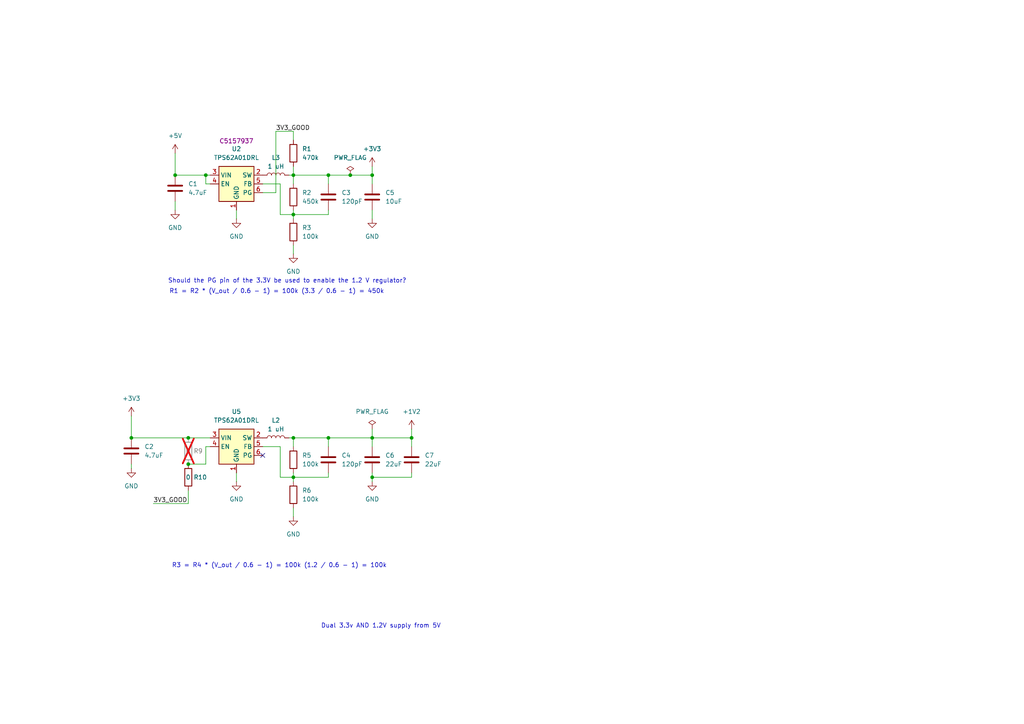
<source format=kicad_sch>
(kicad_sch (version 20250114) (generator "eeschema") (generator_version "9.0")
  (paper "A4")
  (lib_symbols
    (symbol "Device:C" (pin_numbers (hide yes)) (pin_names (offset 0.254))
      (property "Reference" "C" (at 0.635 2.54 0))
      (property "Value" "C" (at 0.635 -2.54 0))
      (symbol "C_0_1"
        (polyline (pts (xy -2.032 0.762) (xy 2.032 0.762)) (stroke (width 0.508)))
        (polyline (pts (xy -2.032 -0.762) (xy 2.032 -0.762)) (stroke (width 0.508)))
      )
      (symbol "C_1_1"
        (pin passive line (at 0 3.81 270) (length 2.794) (name "~") (number "1"))
        (pin passive line (at 0 -3.81 90) (length 2.794) (name "~") (number "2"))
      )
    )
    (symbol "Device:L" (pin_numbers (hide yes)) (pin_names (offset 1.016) (hide yes))
      (property "Reference" "L" (at -1.27 0 90))
      (property "Value" "L" (at 1.905 0 90))
      (symbol "L_0_1"
        (arc (start 0 2.54) (mid 0.6323 1.905) (end 0 1.27))
        (arc (start 0 1.27) (mid 0.6323 0.635) (end 0 0))
        (arc (start 0 0) (mid 0.6323 -0.635) (end 0 -1.27))
        (arc (start 0 -1.27) (mid 0.6323 -1.905) (end 0 -2.54))
      )
      (symbol "L_1_1"
        (pin passive line (at 0 3.81 270) (length 1.27) (name "1") (number "1"))
        (pin passive line (at 0 -3.81 90) (length 1.27) (name "2") (number "2"))
      )
    )
    (symbol "Device:R" (pin_numbers (hide yes)) (pin_names (offset 0))
      (property "Reference" "R" (at 2.032 0 90))
      (property "Value" "R" (at 0 0 90))
      (symbol "R_0_1"
        (rectangle (start -1.016 -2.54) (end 1.016 2.54) (stroke (width 0.254)))
      )
      (symbol "R_1_1"
        (pin passive line (at 0 3.81 270) (length 1.27) (name "~") (number "1"))
        (pin passive line (at 0 -3.81 90) (length 1.27) (name "~") (number "2"))
      )
    )
    (symbol "Regulator_Switching:TPS62A01DRL"
      (property "Reference" "U" (at -5.08 6.35 0))
      (property "Value" "TPS62A01DRL" (at 0 6.35 0))
      (symbol "TPS62A01DRL_0_1"
        (rectangle (start -5.08 5.08) (end 5.08 -5.08) (stroke (width 0.254)) (fill (type background)))
      )
      (symbol "TPS62A01DRL_1_1"
        (pin power_in line (at -7.62 2.54 0) (length 2.54) (name "VIN") (number "3"))
        (pin input line (at -7.62 0 0) (length 2.54) (name "EN") (number "4"))
        (pin power_in line (at 0 -7.62 90) (length 2.54) (name "GND") (number "1"))
        (pin power_out line (at 7.62 2.54 180) (length 2.54) (name "SW") (number "2"))
        (pin input line (at 7.62 0 180) (length 2.54) (name "FB") (number "5"))
        (pin open_collector line (at 7.62 -2.54 180) (length 2.54) (name "PG") (number "6"))
      )
    )
    (symbol "power:+1V2" (power) (pin_numbers (hide yes)) (pin_names (offset 0) (hide yes))
      (property "Value" "+1V2" (at 0 3.556 0))
      (symbol "+1V2_0_1"
        (polyline (pts (xy -0.762 1.27) (xy 0 2.54)))
        (polyline (pts (xy 0 2.54) (xy 0.762 1.27)))
        (polyline (pts (xy 0 0) (xy 0 2.54)))
      )
      (symbol "+1V2_1_1"
        (pin power_in line (at 0 0 90) (length 0) (name "~") (number "1"))
      )
    )
    (symbol "power:+3V3" (power) (pin_numbers (hide yes)) (pin_names (offset 0) (hide yes))
      (property "Value" "+3V3" (at 0 3.556 0))
      (symbol "+3V3_0_1"
        (polyline (pts (xy -0.762 1.27) (xy 0 2.54)))
        (polyline (pts (xy 0 2.54) (xy 0.762 1.27)))
        (polyline (pts (xy 0 0) (xy 0 2.54)))
      )
      (symbol "+3V3_1_1"
        (pin power_in line (at 0 0 90) (length 0) (name "~") (number "1"))
      )
    )
    (symbol "power:+5V" (power) (pin_numbers (hide yes)) (pin_names (offset 0) (hide yes))
      (property "Value" "+5V" (at 0 3.556 0))
      (symbol "+5V_0_1"
        (polyline (pts (xy -0.762 1.27) (xy 0 2.54)))
        (polyline (pts (xy 0 2.54) (xy 0.762 1.27)))
        (polyline (pts (xy 0 0) (xy 0 2.54)))
      )
      (symbol "+5V_1_1"
        (pin power_in line (at 0 0 90) (length 0) (name "~") (number "1"))
      )
    )
    (symbol "power:GND" (power) (pin_numbers (hide yes)) (pin_names (offset 0) (hide yes))
      (property "Value" "GND" (at 0 -3.81 0))
      (symbol "GND_0_1"
        (polyline (pts (xy 0 0) (xy 0 -1.27) (xy 1.27 -1.27) (xy 0 -2.54) (xy -1.27 -1.27) (xy 0 -1.27)))
      )
      (symbol "GND_1_1"
        (pin power_in line (at 0 0 270) (length 0) (name "~") (number "1"))
      )
    )
    (symbol "power:PWR_FLAG" (power) (pin_numbers (hide yes)) (pin_names (offset 0) (hide yes))
      (property "Value" "PWR_FLAG" (at 0 3.81 0))
      (symbol "PWR_FLAG_0_0"
        (pin power_out line (at 0 0 90) (length 0) (name "~") (number "1"))
      )
      (symbol "PWR_FLAG_0_1"
        (polyline (pts (xy 0 0) (xy 0 1.27) (xy -1.016 1.905) (xy 0 2.54) (xy 1.016 1.905) (xy 0 1.27)))
      )
    )
  )
  (text "Dual 3.3v AND 1.2V supply from 5V" (at 110.49 181.61 0) (effects (font (size 1.27 1.27))))
  (text "R3 = R4 * (V_out / 0.6 - 1) = 100k (1.2 / 0.6 - 1) = 100k" (at 81.026 164.084 0) (effects (font (size 1.27 1.27))))
  (text "R1 = R2 * (V_out / 0.6 - 1) = 100k (3.3 / 0.6 - 1) = 450k" (at 80.264 84.582 0) (effects (font (size 1.27 1.27))))
  (text "Should the PG pin of the 3.3V be used to enable the 1.2 V regulator?" (at 83.312 81.534 0) (effects (font (size 1.27 1.27))))
  (junction (at 107.95 127))
  (junction (at 119.38 127))
  (junction (at 85.09 62.23))
  (junction (at 95.25 127))
  (junction (at 101.6 50.8))
  (junction (at 95.25 50.8))
  (junction (at 50.8 50.8))
  (junction (at 107.95 50.8))
  (junction (at 54.61 127))
  (junction (at 85.09 127))
  (junction (at 107.95 138.43))
  (junction (at 38.1 127))
  (junction (at 85.09 138.43))
  (junction (at 85.09 50.8))
  (junction (at 54.61 134.62))
  (junction (at 59.69 50.8))
  (no_connect (at 76.2 132.08))
  (wire (pts (xy 119.38 127) (xy 107.95 127)))
  (wire (pts (xy 38.1 134.62) (xy 38.1 135.89)))
  (wire (pts (xy 80.01 38.1) (xy 85.09 38.1)))
  (wire (pts (xy 119.38 138.43) (xy 107.95 138.43)))
  (wire (pts (xy 60.96 129.54) (xy 59.69 129.54)))
  (wire (pts (xy 76.2 129.54) (xy 81.28 129.54)))
  (wire (pts (xy 95.25 137.16) (xy 95.25 138.43)))
  (wire (pts (xy 59.69 134.62) (xy 54.61 134.62)))
  (wire (pts (xy 50.8 50.8) (xy 59.69 50.8)))
  (wire (pts (xy 107.95 48.26) (xy 107.95 50.8)))
  (wire (pts (xy 85.09 127) (xy 95.25 127)))
  (wire (pts (xy 85.09 137.16) (xy 85.09 138.43)))
  (wire (pts (xy 85.09 60.96) (xy 85.09 62.23)))
  (wire (pts (xy 107.95 137.16) (xy 107.95 138.43)))
  (wire (pts (xy 85.09 147.32) (xy 85.09 149.86)))
  (wire (pts (xy 81.28 138.43) (xy 85.09 138.43)))
  (wire (pts (xy 107.95 127) (xy 107.95 129.54)))
  (wire (pts (xy 85.09 129.54) (xy 85.09 127)))
  (wire (pts (xy 76.2 53.34) (xy 81.28 53.34)))
  (wire (pts (xy 38.1 120.65) (xy 38.1 127)))
  (wire (pts (xy 59.69 129.54) (xy 59.69 134.62)))
  (wire (pts (xy 81.28 129.54) (xy 81.28 138.43)))
  (wire (pts (xy 85.09 62.23) (xy 85.09 63.5)))
  (wire (pts (xy 85.09 138.43) (xy 85.09 139.7)))
  (wire (pts (xy 107.95 138.43) (xy 107.95 139.7)))
  (wire (pts (xy 54.61 146.05) (xy 54.61 142.24)))
  (wire (pts (xy 85.09 48.26) (xy 85.09 50.8)))
  (wire (pts (xy 85.09 50.8) (xy 83.82 50.8)))
  (wire (pts (xy 95.25 60.96) (xy 95.25 62.23)))
  (wire (pts (xy 95.25 50.8) (xy 101.6 50.8)))
  (wire (pts (xy 85.09 138.43) (xy 95.25 138.43)))
  (wire (pts (xy 68.58 60.96) (xy 68.58 63.5)))
  (wire (pts (xy 76.2 55.88) (xy 80.01 55.88)))
  (wire (pts (xy 81.28 62.23) (xy 85.09 62.23)))
  (wire (pts (xy 85.09 71.12) (xy 85.09 73.66)))
  (wire (pts (xy 85.09 38.1) (xy 85.09 40.64)))
  (wire (pts (xy 119.38 129.54) (xy 119.38 127)))
  (wire (pts (xy 107.95 50.8) (xy 107.95 53.34)))
  (wire (pts (xy 38.1 127) (xy 54.61 127)))
  (wire (pts (xy 95.25 50.8) (xy 95.25 53.34)))
  (wire (pts (xy 85.09 62.23) (xy 95.25 62.23)))
  (wire (pts (xy 68.58 137.16) (xy 68.58 139.7)))
  (wire (pts (xy 59.69 50.8) (xy 60.96 50.8)))
  (wire (pts (xy 81.28 53.34) (xy 81.28 62.23)))
  (wire (pts (xy 60.96 53.34) (xy 59.69 53.34)))
  (wire (pts (xy 119.38 124.46) (xy 119.38 127)))
  (wire (pts (xy 85.09 50.8) (xy 95.25 50.8)))
  (wire (pts (xy 50.8 58.42) (xy 50.8 60.96)))
  (wire (pts (xy 107.95 124.46) (xy 107.95 127)))
  (wire (pts (xy 85.09 127) (xy 83.82 127)))
  (wire (pts (xy 54.61 127) (xy 60.96 127)))
  (wire (pts (xy 95.25 127) (xy 95.25 129.54)))
  (wire (pts (xy 85.09 53.34) (xy 85.09 50.8)))
  (wire (pts (xy 59.69 53.34) (xy 59.69 50.8)))
  (wire (pts (xy 95.25 127) (xy 107.95 127)))
  (wire (pts (xy 107.95 60.96) (xy 107.95 63.5)))
  (wire (pts (xy 119.38 137.16) (xy 119.38 138.43)))
  (wire (pts (xy 80.01 55.88) (xy 80.01 38.1)))
  (wire (pts (xy 50.8 44.45) (xy 50.8 50.8)))
  (wire (pts (xy 101.6 50.8) (xy 107.95 50.8)))
  (wire (pts (xy 44.45 146.05) (xy 54.61 146.05)))
  (label "3V3_GOOD" (at 80.01 38.1 0))
  (label "3V3_GOOD" (at 44.45 146.05 0))
  (symbol (lib_id "power:+5V") (at 50.8 44.45 0) (unit 1)
    (property "Reference" "#PWR03" (effects (hide yes)))
    (property "Value" "+5V" (at 50.8 39.37 0))
    (property "Description" "Power symbol creates a global label with name \"+5V\"" (effects (hide yes)))
  )
  (symbol (lib_id "power:GND") (at 68.58 63.5 0) (unit 1)
    (property "Reference" "#PWR07" (effects (hide yes)))
    (property "Value" "GND" (at 68.58 68.58 0))
    (property "Description" "Power symbol creates a global label with name \"GND\" , ground" (effects (hide yes)))
  )
  (symbol (lib_id "Device:C") (at 119.38 133.35 0) (unit 1)
    (property "Reference" "C7" (at 123.19 132.0799 0) (effects (justify left)))
    (property "Value" "22uF" (at 123.19 134.6199 0) (effects (justify left)))
    (property "Footprint" "Capacitor_SMD:C_0603_1608Metric" (effects (hide yes)))
    (property "Description" "Unpolarized capacitor" (effects (hide yes)))
    (property "LCSC" "C59461" (effects (hide yes)))
  )
  (symbol (lib_id "Device:R") (at 54.61 130.81 0) (unit 1) (dnp yes)
    (property "Reference" "R9" (at 56.134 130.81 0) (effects (justify left)))
    (property "Value" "0" (at 53.848 130.81 0) (effects (justify left)))
    (property "Footprint" "Resistor_SMD:R_0402_1005Metric" (effects (hide yes)))
    (property "Description" "Resistor" (effects (hide yes)))
  )
  (symbol (lib_id "Device:L") (at 80.01 127 90) (unit 1)
    (property "Reference" "L2" (at 80.01 121.92 90))
    (property "Value" "1 uH" (at 80.01 124.46 90))
    (property "Footprint" "Inductor_SMD:L_1008_2520Metric" (effects (hide yes)))
    (property "Description" "Inductor" (effects (hide yes)))
    (property "LCSC" "C5832370" (effects (hide yes)))
  )
  (symbol (lib_id "power:GND") (at 68.58 139.7 0) (unit 1)
    (property "Reference" "#PWR013" (effects (hide yes)))
    (property "Value" "GND" (at 68.58 144.78 0))
    (property "Description" "Power symbol creates a global label with name \"GND\" , ground" (effects (hide yes)))
  )
  (symbol (lib_id "Regulator_Switching:TPS62A01DRL") (at 68.58 129.54 0) (unit 1)
    (property "Reference" "U5" (at 68.58 119.38 0))
    (property "Value" "TPS62A01DRL" (at 68.58 121.92 0))
    (property "Footprint" "Package_TO_SOT_SMD:SOT-563" (effects (hide yes)))
    (property "Datasheet" "https://www.ti.com/lit/gpn/tps62a01" (effects (hide yes)))
    (property "Description" "High Efficiency Synchronous Buck Converter, Adjustable Output 0.6V-5.5V, 1A, Power Good, Enable, SOT-563" (effects (hide yes)))
    (property "LCSC" "C5157937" (effects (hide yes)))
  )
  (symbol (lib_id "Device:C") (at 107.95 57.15 0) (unit 1)
    (property "Reference" "C5" (at 111.76 55.8799 0) (effects (justify left)))
    (property "Value" "10uF" (at 111.76 58.4199 0) (effects (justify left)))
    (property "Footprint" "Capacitor_SMD:C_0402_1005Metric" (effects (hide yes)))
    (property "Description" "Unpolarized capacitor" (effects (hide yes)))
  )
  (symbol (lib_id "power:GND") (at 50.8 60.96 0) (unit 1)
    (property "Reference" "#PWR04" (effects (hide yes)))
    (property "Value" "GND" (at 50.8 66.04 0))
    (property "Description" "Power symbol creates a global label with name \"GND\" , ground" (effects (hide yes)))
  )
  (symbol (lib_id "Device:C") (at 38.1 130.81 0) (unit 1)
    (property "Reference" "C2" (at 41.91 129.5399 0) (effects (justify left)))
    (property "Value" "4.7uF" (at 41.91 132.0799 0) (effects (justify left)))
    (property "Footprint" "Capacitor_SMD:C_0402_1005Metric" (effects (hide yes)))
    (property "Description" "Unpolarized capacitor" (effects (hide yes)))
    (property "LCSC" "C23733" (effects (hide yes)))
  )
  (symbol (lib_id "Device:R") (at 85.09 67.31 0) (unit 1)
    (property "Reference" "R3" (at 87.63 66.0399 0) (effects (justify left)))
    (property "Value" "100k" (at 87.63 68.5799 0) (effects (justify left)))
    (property "Footprint" "Resistor_SMD:R_0402_1005Metric" (effects (hide yes)))
    (property "Description" "Resistor" (effects (hide yes)))
  )
  (symbol (lib_id "Device:C") (at 107.95 133.35 0) (unit 1)
    (property "Reference" "C6" (at 111.76 132.0799 0) (effects (justify left)))
    (property "Value" "22uF" (at 111.76 134.6199 0) (effects (justify left)))
    (property "Footprint" "Capacitor_SMD:C_0603_1608Metric" (effects (hide yes)))
    (property "Description" "Unpolarized capacitor" (effects (hide yes)))
    (property "LCSC" "C59461" (effects (hide yes)))
  )
  (symbol (lib_id "power:GND") (at 107.95 139.7 0) (unit 1)
    (property "Reference" "#PWR016" (effects (hide yes)))
    (property "Value" "GND" (at 107.95 144.78 0))
    (property "Description" "Power symbol creates a global label with name \"GND\" , ground" (effects (hide yes)))
  )
  (symbol (lib_id "Device:L") (at 80.01 50.8 90) (unit 1)
    (property "Reference" "L3" (at 80.01 45.72 90))
    (property "Value" "1 uH" (at 80.01 48.26 90))
    (property "Footprint" "Inductor_SMD:L_1008_2520Metric" (effects (hide yes)))
    (property "Description" "Inductor" (effects (hide yes)))
    (property "LCSC" "C5832370" (effects (hide yes)))
  )
  (symbol (lib_id "power:GND") (at 85.09 149.86 0) (unit 1)
    (property "Reference" "#PWR014" (effects (hide yes)))
    (property "Value" "GND" (at 85.09 154.94 0))
    (property "Description" "Power symbol creates a global label with name \"GND\" , ground" (effects (hide yes)))
  )
  (symbol (lib_id "power:PWR_FLAG") (at 101.6 50.8 0) (unit 1)
    (property "Reference" "#FLG03" (effects (hide yes)))
    (property "Value" "PWR_FLAG" (at 101.6 45.72 0))
    (property "Description" "Special symbol for telling ERC where power comes from" (effects (hide yes)))
  )
  (symbol (lib_id "Device:R") (at 85.09 143.51 0) (unit 1)
    (property "Reference" "R6" (at 87.63 142.2399 0) (effects (justify left)))
    (property "Value" "100k" (at 87.63 144.7799 0) (effects (justify left)))
    (property "Footprint" "Resistor_SMD:R_0402_1005Metric" (effects (hide yes)))
    (property "Description" "Resistor" (effects (hide yes)))
  )
  (symbol (lib_id "Regulator_Switching:TPS62A01DRL") (at 68.58 53.34 0) (unit 1)
    (property "Reference" "U2" (at 68.58 43.18 0))
    (property "Value" "TPS62A01DRL" (at 68.58 45.72 0))
    (property "Footprint" "Package_TO_SOT_SMD:SOT-563" (effects (hide yes)))
    (property "Datasheet" "https://www.ti.com/lit/gpn/tps62a01" (effects (hide yes)))
    (property "Description" "High Efficiency Synchronous Buck Converter, Adjustable Output 0.6V-5.5V, 1A, Power Good, Enable, SOT-563" (effects (hide yes)))
    (property "LCSC" "C5157937" (at 68.58 40.894 0))
  )
  (symbol (lib_id "Device:R") (at 85.09 57.15 0) (unit 1)
    (property "Reference" "R2" (at 87.63 55.8799 0) (effects (justify left)))
    (property "Value" "450k" (at 87.63 58.4199 0) (effects (justify left)))
    (property "Footprint" "Resistor_SMD:R_0402_1005Metric" (effects (hide yes)))
    (property "Description" "Resistor" (effects (hide yes)))
  )
  (symbol (lib_id "Device:R") (at 54.61 138.43 0) (unit 1)
    (property "Reference" "R10" (at 56.134 138.43 0) (effects (justify left)))
    (property "Value" "0" (at 53.848 138.43 0) (effects (justify left)))
    (property "Footprint" "Resistor_SMD:R_0402_1005Metric" (effects (hide yes)))
    (property "Description" "Resistor" (effects (hide yes)))
  )
  (symbol (lib_id "Device:C") (at 95.25 57.15 0) (unit 1)
    (property "Reference" "C3" (at 99.06 55.8799 0) (effects (justify left)))
    (property "Value" "120pF" (at 99.06 58.4199 0) (effects (justify left)))
    (property "Footprint" "Capacitor_SMD:C_0402_1005Metric" (effects (hide yes)))
    (property "Description" "Unpolarized capacitor" (effects (hide yes)))
  )
  (symbol (lib_id "Device:C") (at 95.25 133.35 0) (unit 1)
    (property "Reference" "C4" (at 99.06 132.0799 0) (effects (justify left)))
    (property "Value" "120pF" (at 99.06 134.6199 0) (effects (justify left)))
    (property "Footprint" "Capacitor_SMD:C_0402_1005Metric" (effects (hide yes)))
    (property "Description" "Unpolarized capacitor" (effects (hide yes)))
  )
  (symbol (lib_id "power:GND") (at 107.95 63.5 0) (unit 1)
    (property "Reference" "#PWR010" (effects (hide yes)))
    (property "Value" "GND" (at 107.95 68.58 0))
    (property "Description" "Power symbol creates a global label with name \"GND\" , ground" (effects (hide yes)))
  )
  (symbol (lib_id "Device:R") (at 85.09 44.45 0) (unit 1)
    (property "Reference" "R1" (at 87.63 43.1799 0) (effects (justify left)))
    (property "Value" "470k" (at 87.63 45.7199 0) (effects (justify left)))
    (property "Footprint" "Resistor_SMD:R_0402_1005Metric" (effects (hide yes)))
    (property "Description" "Resistor" (effects (hide yes)))
  )
  (symbol (lib_id "power:+3V3") (at 107.95 48.26 0) (unit 1)
    (property "Reference" "#PWR05" (effects (hide yes)))
    (property "Value" "+3V3" (at 107.95 43.18 0))
    (property "Description" "Power symbol creates a global label with name \"+3V3\"" (effects (hide yes)))
  )
  (symbol (lib_id "power:PWR_FLAG") (at 107.95 124.46 0) (unit 1)
    (property "Reference" "#FLG04" (effects (hide yes)))
    (property "Value" "PWR_FLAG" (at 107.95 119.38 0))
    (property "Description" "Special symbol for telling ERC where power comes from" (effects (hide yes)))
  )
  (symbol (lib_id "power:+1V2") (at 119.38 124.46 0) (unit 1)
    (property "Reference" "#PWR06" (effects (hide yes)))
    (property "Value" "+1V2" (at 119.38 119.38 0))
    (property "Description" "Power symbol creates a global label with name \"+1V2\"" (effects (hide yes)))
  )
  (symbol (lib_id "power:GND") (at 85.09 73.66 0) (unit 1)
    (property "Reference" "#PWR09" (effects (hide yes)))
    (property "Value" "GND" (at 85.09 78.74 0))
    (property "Description" "Power symbol creates a global label with name \"GND\" , ground" (effects (hide yes)))
  )
  (symbol (lib_id "power:+3V3") (at 38.1 120.65 0) (unit 1)
    (property "Reference" "#PWR015" (effects (hide yes)))
    (property "Value" "+3V3" (at 38.1 115.57 0))
    (property "Description" "Power symbol creates a global label with name \"+3V3\"" (effects (hide yes)))
  )
  (symbol (lib_id "power:GND") (at 38.1 135.89 0) (unit 1)
    (property "Reference" "#PWR012" (effects (hide yes)))
    (property "Value" "GND" (at 38.1 140.97 0))
    (property "Description" "Power symbol creates a global label with name \"GND\" , ground" (effects (hide yes)))
  )
  (symbol (lib_id "Device:R") (at 85.09 133.35 0) (unit 1)
    (property "Reference" "R5" (at 87.63 132.0799 0) (effects (justify left)))
    (property "Value" "100k" (at 87.63 134.6199 0) (effects (justify left)))
    (property "Footprint" "Resistor_SMD:R_0402_1005Metric" (effects (hide yes)))
    (property "Description" "Resistor" (effects (hide yes)))
  )
  (symbol (lib_id "Device:C") (at 50.8 54.61 0) (unit 1)
    (property "Reference" "C1" (at 54.61 53.3399 0) (effects (justify left)))
    (property "Value" "4.7uF" (at 54.61 55.8799 0) (effects (justify left)))
    (property "Footprint" "Capacitor_SMD:C_0402_1005Metric" (effects (hide yes)))
    (property "Description" "Unpolarized capacitor" (effects (hide yes)))
    (property "LCSC" "C23733" (effects (hide yes)))
  )
)
</source>
